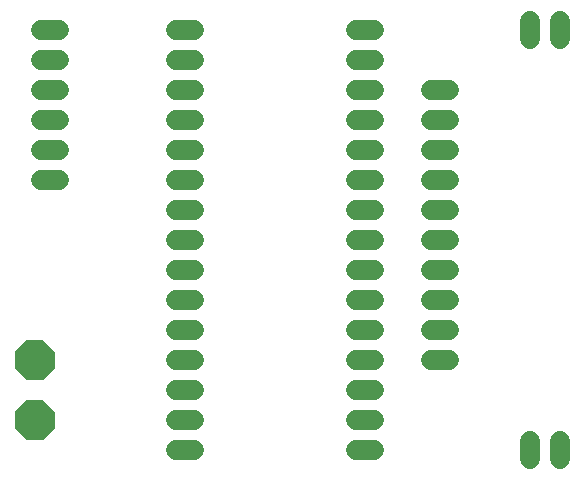
<source format=gbr>
G04 EAGLE Gerber RS-274X export*
G75*
%MOMM*%
%FSLAX34Y34*%
%LPD*%
%INSoldermask Bottom*%
%IPPOS*%
%AMOC8*
5,1,8,0,0,1.08239X$1,22.5*%
G01*
%ADD10C,1.727200*%
%ADD11P,3.629037X8X202.500000*%


D10*
X195580Y431800D02*
X210820Y431800D01*
X210820Y406400D02*
X195580Y406400D01*
X195580Y381000D02*
X210820Y381000D01*
X210820Y355600D02*
X195580Y355600D01*
X195580Y330200D02*
X210820Y330200D01*
X210820Y304800D02*
X195580Y304800D01*
X195580Y279400D02*
X210820Y279400D01*
X210820Y254000D02*
X195580Y254000D01*
X195580Y228600D02*
X210820Y228600D01*
X210820Y203200D02*
X195580Y203200D01*
X195580Y177800D02*
X210820Y177800D01*
X210820Y152400D02*
X195580Y152400D01*
X195580Y127000D02*
X210820Y127000D01*
X210820Y101600D02*
X195580Y101600D01*
X195580Y76200D02*
X210820Y76200D01*
X347980Y431800D02*
X363220Y431800D01*
X363220Y406400D02*
X347980Y406400D01*
X347980Y381000D02*
X363220Y381000D01*
X363220Y355600D02*
X347980Y355600D01*
X347980Y330200D02*
X363220Y330200D01*
X363220Y304800D02*
X347980Y304800D01*
X347980Y279400D02*
X363220Y279400D01*
X363220Y254000D02*
X347980Y254000D01*
X347980Y228600D02*
X363220Y228600D01*
X363220Y203200D02*
X347980Y203200D01*
X347980Y177800D02*
X363220Y177800D01*
X363220Y152400D02*
X347980Y152400D01*
X347980Y127000D02*
X363220Y127000D01*
X363220Y101600D02*
X347980Y101600D01*
X347980Y76200D02*
X363220Y76200D01*
X411480Y330200D02*
X426720Y330200D01*
X426720Y304800D02*
X411480Y304800D01*
X411480Y279400D02*
X426720Y279400D01*
X426720Y254000D02*
X411480Y254000D01*
X411480Y228600D02*
X426720Y228600D01*
X426720Y203200D02*
X411480Y203200D01*
X411480Y177800D02*
X426720Y177800D01*
X426720Y152400D02*
X411480Y152400D01*
X96520Y431800D02*
X81280Y431800D01*
X81280Y406400D02*
X96520Y406400D01*
X96520Y381000D02*
X81280Y381000D01*
X81280Y355600D02*
X96520Y355600D01*
X96520Y330200D02*
X81280Y330200D01*
X81280Y304800D02*
X96520Y304800D01*
D11*
X76200Y152400D03*
X76200Y101600D03*
D10*
X520700Y424180D02*
X520700Y439420D01*
X495300Y439420D02*
X495300Y424180D01*
X495300Y83820D02*
X495300Y68580D01*
X520700Y68580D02*
X520700Y83820D01*
X426720Y381000D02*
X411480Y381000D01*
X411480Y355600D02*
X426720Y355600D01*
M02*

</source>
